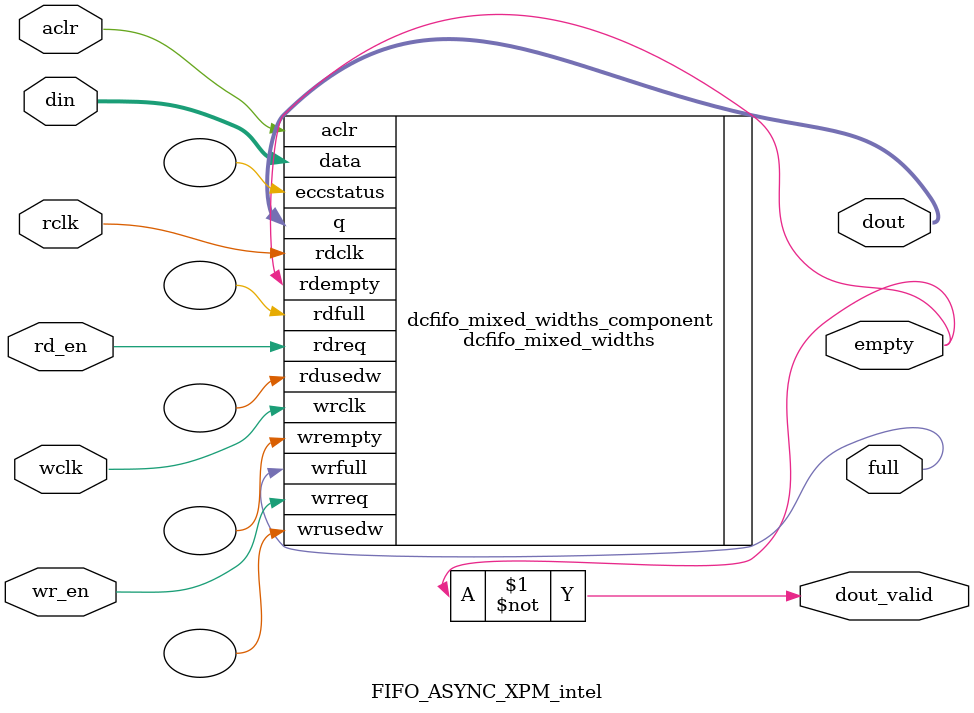
<source format=v>

module FIFO_ASYNC_XPM_intel #(
    parameter integer DATA_WIDTH_A = 64,
    parameter integer DATA_WIDTH_Q = 64,
	parameter integer NUMWORDS =256
    )
	(
	
    input    aclr,
    input  [DATA_WIDTH_A-1:0]  din,
    input    rclk,
    input    rd_en,
    input    wclk,
    input    wr_en,
    output [DATA_WIDTH_Q-1:0]  dout,
    output   empty,
    output   dout_valid,
    // output [$clog2(NUMWORDS*DATA_WIDTH_A/DATA_WIDTH_Q):0]  rdusedw,
    output   full
    // output [$clog2(NUMWORDS)-1:0]  wrusedw
	);
 localparam   USEDWS_WIDTH=$clog2(NUMWORDS);   
 localparam RDUSEDWS_WIDTH=$clog2(NUMWORDS*DATA_WIDTH_A/DATA_WIDTH_Q)+1;
 localparam WRUSEDWS_WIDTH=$clog2(NUMWORDS)+1;
 assign dout_valid = ~empty;
  dcfifo_mixed_widths  dcfifo_mixed_widths_component (
                .aclr (aclr),
                .data (din),
                .rdclk (rclk),
                .rdreq (rd_en),
                .wrclk (wclk),
                .wrreq (wr_en),
                .q (dout),
                .rdempty (empty),
                .rdfull (),
                .rdusedw (),
                .wrempty (),
                .wrfull (full),
                .wrusedw (),
                .eccstatus ());
    defparam
        dcfifo_mixed_widths_component.add_usedw_msb_bit  = "ON",
        dcfifo_mixed_widths_component.enable_ecc  = "FALSE",
        dcfifo_mixed_widths_component.intended_device_family  = "Agilex",
        dcfifo_mixed_widths_component.lpm_hint  = "RAM_BLOCK_TYPE=AUTO,DISABLE_DCFIFO_EMBEDDED_TIMING_CONSTRAINT=TRUE",
        dcfifo_mixed_widths_component.lpm_numwords  = NUMWORDS,
        dcfifo_mixed_widths_component.lpm_showahead  = "ON",
        dcfifo_mixed_widths_component.lpm_type  = "dcfifo_mixed_widths",
        dcfifo_mixed_widths_component.lpm_width  = DATA_WIDTH_A,
        dcfifo_mixed_widths_component.lpm_widthu  = WRUSEDWS_WIDTH,
        dcfifo_mixed_widths_component.lpm_widthu_r  = RDUSEDWS_WIDTH,
        dcfifo_mixed_widths_component.lpm_width_r  = DATA_WIDTH_Q,
        dcfifo_mixed_widths_component.overflow_checking  = "ON",
        dcfifo_mixed_widths_component.rdsync_delaypipe  = 4,
        dcfifo_mixed_widths_component.read_aclr_synch  = "ON",
        dcfifo_mixed_widths_component.underflow_checking  = "ON",
        dcfifo_mixed_widths_component.use_eab  = "ON",
        dcfifo_mixed_widths_component.write_aclr_synch  = "ON",
        dcfifo_mixed_widths_component.wrsync_delaypipe  = 4;
endmodule

</source>
